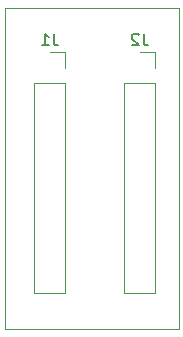
<source format=gbr>
G04 #@! TF.GenerationSoftware,KiCad,Pcbnew,(5.1.5)-3*
G04 #@! TF.CreationDate,2020-09-11T10:56:42+02:00*
G04 #@! TF.ProjectId,mmu_16v8,6d6d755f-3136-4763-982e-6b696361645f,rev?*
G04 #@! TF.SameCoordinates,Original*
G04 #@! TF.FileFunction,Legend,Bot*
G04 #@! TF.FilePolarity,Positive*
%FSLAX46Y46*%
G04 Gerber Fmt 4.6, Leading zero omitted, Abs format (unit mm)*
G04 Created by KiCad (PCBNEW (5.1.5)-3) date 2020-09-11 10:56:43*
%MOMM*%
%LPD*%
G04 APERTURE LIST*
%ADD10C,0.050000*%
%ADD11C,0.120000*%
%ADD12C,0.150000*%
G04 APERTURE END LIST*
D10*
X140208000Y-69088000D02*
X140208000Y-41910000D01*
X154940000Y-69088000D02*
X140208000Y-69088000D01*
X154940000Y-41910000D02*
X154940000Y-69088000D01*
X140208000Y-41910000D02*
X154940000Y-41910000D01*
D11*
X152968000Y-45660000D02*
X151638000Y-45660000D01*
X152968000Y-46990000D02*
X152968000Y-45660000D01*
X152968000Y-48260000D02*
X150308000Y-48260000D01*
X150308000Y-48260000D02*
X150308000Y-66100000D01*
X152968000Y-48260000D02*
X152968000Y-66100000D01*
X152968000Y-66100000D02*
X150308000Y-66100000D01*
X145348000Y-45660000D02*
X144018000Y-45660000D01*
X145348000Y-46990000D02*
X145348000Y-45660000D01*
X145348000Y-48260000D02*
X142688000Y-48260000D01*
X142688000Y-48260000D02*
X142688000Y-66100000D01*
X145348000Y-48260000D02*
X145348000Y-66100000D01*
X145348000Y-66100000D02*
X142688000Y-66100000D01*
D12*
X151971333Y-44112380D02*
X151971333Y-44826666D01*
X152018952Y-44969523D01*
X152114190Y-45064761D01*
X152257047Y-45112380D01*
X152352285Y-45112380D01*
X151542761Y-44207619D02*
X151495142Y-44160000D01*
X151399904Y-44112380D01*
X151161809Y-44112380D01*
X151066571Y-44160000D01*
X151018952Y-44207619D01*
X150971333Y-44302857D01*
X150971333Y-44398095D01*
X151018952Y-44540952D01*
X151590380Y-45112380D01*
X150971333Y-45112380D01*
X144351333Y-44112380D02*
X144351333Y-44826666D01*
X144398952Y-44969523D01*
X144494190Y-45064761D01*
X144637047Y-45112380D01*
X144732285Y-45112380D01*
X143351333Y-45112380D02*
X143922761Y-45112380D01*
X143637047Y-45112380D02*
X143637047Y-44112380D01*
X143732285Y-44255238D01*
X143827523Y-44350476D01*
X143922761Y-44398095D01*
M02*

</source>
